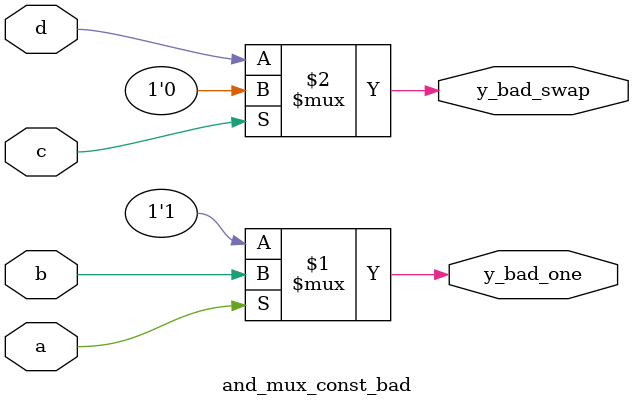
<source format=v>

module and_mux_const_bad
(
    input  a,  input  b,
    input  c,  input  d,
    output y_bad_one,
    output y_bad_swap
);

    assign y_bad_one = a ? b : 1'b1;

    assign y_bad_swap = c ? 1'b0 : d;

endmodule
</source>
